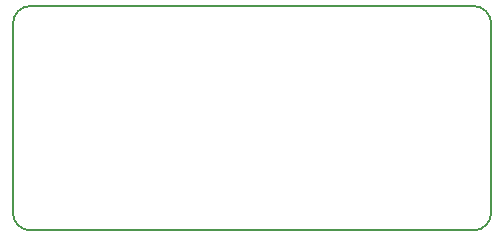
<source format=gm1>
G04 #@! TF.GenerationSoftware,KiCad,Pcbnew,(5.1.2-1)-1*
G04 #@! TF.CreationDate,2019-05-25T15:40:47+02:00*
G04 #@! TF.ProjectId,PSX64 Interface,50535836-3420-4496-9e74-657266616365,1.0*
G04 #@! TF.SameCoordinates,Original*
G04 #@! TF.FileFunction,Profile,NP*
%FSLAX46Y46*%
G04 Gerber Fmt 4.6, Leading zero omitted, Abs format (unit mm)*
G04 Created by KiCad (PCBNEW (5.1.2-1)-1) date 2019-05-25 15:40:47*
%MOMM*%
%LPD*%
G04 APERTURE LIST*
%ADD10C,0.150000*%
G04 APERTURE END LIST*
D10*
X145000000Y-123500000D02*
G75*
G02X146500000Y-125000000I0J-1500000D01*
G01*
X146500000Y-141000000D02*
G75*
G02X145000000Y-142500000I-1500000J0D01*
G01*
X107500000Y-142500000D02*
G75*
G02X106000000Y-141000000I0J1500000D01*
G01*
X106000000Y-125000000D02*
G75*
G02X107500000Y-123500000I1500000J0D01*
G01*
X106000000Y-141000000D02*
X106000000Y-125000000D01*
X145000000Y-142500000D02*
X107500000Y-142500000D01*
X146500000Y-125000000D02*
X146500000Y-141000000D01*
X107500000Y-123500000D02*
X145000000Y-123500000D01*
M02*

</source>
